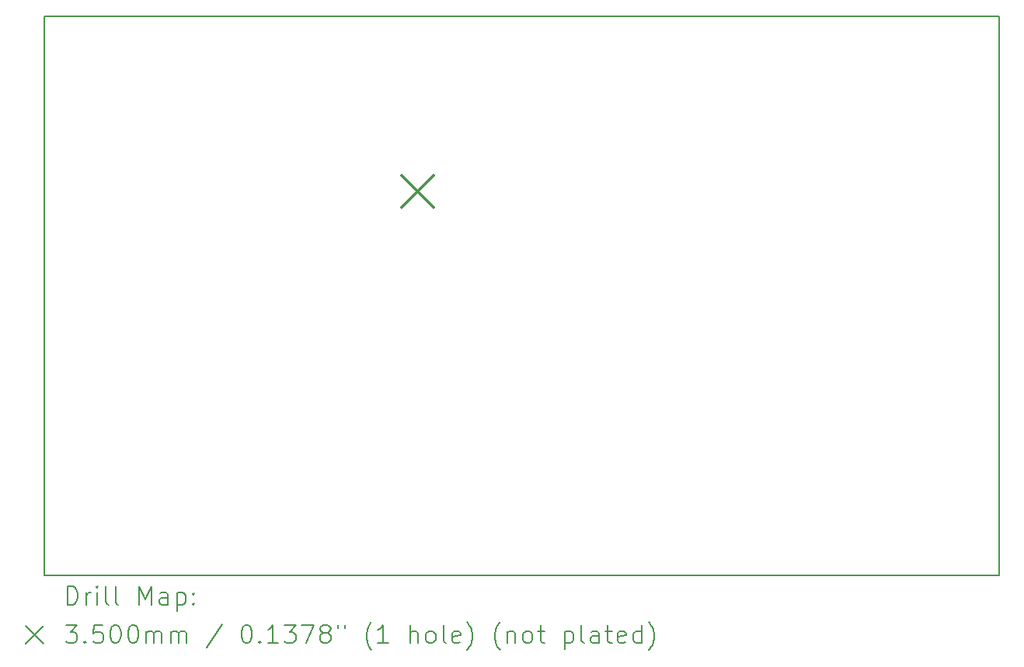
<source format=gbr>
%TF.GenerationSoftware,KiCad,Pcbnew,7.0.10*%
%TF.CreationDate,2024-08-09T23:07:12+02:00*%
%TF.ProjectId,Kicad_Projet_Trains_Sons,4b696361-645f-4507-926f-6a65745f5472,V2*%
%TF.SameCoordinates,Original*%
%TF.FileFunction,Drillmap*%
%TF.FilePolarity,Positive*%
%FSLAX45Y45*%
G04 Gerber Fmt 4.5, Leading zero omitted, Abs format (unit mm)*
G04 Created by KiCad (PCBNEW 7.0.10) date 2024-08-09 23:07:12*
%MOMM*%
%LPD*%
G01*
G04 APERTURE LIST*
%ADD10C,0.200000*%
%ADD11C,0.350000*%
G04 APERTURE END LIST*
D10*
X16440000Y-3750000D02*
X16440000Y-9840000D01*
X6040000Y-9840000D02*
X6040000Y-3750000D01*
X6040000Y-3750000D02*
X16440000Y-3750000D01*
X16440000Y-9840000D02*
X6040000Y-9840000D01*
D11*
X9929000Y-5480000D02*
X10279000Y-5830000D01*
X10279000Y-5480000D02*
X9929000Y-5830000D01*
D10*
X6290777Y-10161484D02*
X6290777Y-9961484D01*
X6290777Y-9961484D02*
X6338396Y-9961484D01*
X6338396Y-9961484D02*
X6366967Y-9971008D01*
X6366967Y-9971008D02*
X6386015Y-9990055D01*
X6386015Y-9990055D02*
X6395539Y-10009103D01*
X6395539Y-10009103D02*
X6405062Y-10047198D01*
X6405062Y-10047198D02*
X6405062Y-10075770D01*
X6405062Y-10075770D02*
X6395539Y-10113865D01*
X6395539Y-10113865D02*
X6386015Y-10132912D01*
X6386015Y-10132912D02*
X6366967Y-10151960D01*
X6366967Y-10151960D02*
X6338396Y-10161484D01*
X6338396Y-10161484D02*
X6290777Y-10161484D01*
X6490777Y-10161484D02*
X6490777Y-10028150D01*
X6490777Y-10066246D02*
X6500301Y-10047198D01*
X6500301Y-10047198D02*
X6509824Y-10037674D01*
X6509824Y-10037674D02*
X6528872Y-10028150D01*
X6528872Y-10028150D02*
X6547920Y-10028150D01*
X6614586Y-10161484D02*
X6614586Y-10028150D01*
X6614586Y-9961484D02*
X6605062Y-9971008D01*
X6605062Y-9971008D02*
X6614586Y-9980531D01*
X6614586Y-9980531D02*
X6624110Y-9971008D01*
X6624110Y-9971008D02*
X6614586Y-9961484D01*
X6614586Y-9961484D02*
X6614586Y-9980531D01*
X6738396Y-10161484D02*
X6719348Y-10151960D01*
X6719348Y-10151960D02*
X6709824Y-10132912D01*
X6709824Y-10132912D02*
X6709824Y-9961484D01*
X6843158Y-10161484D02*
X6824110Y-10151960D01*
X6824110Y-10151960D02*
X6814586Y-10132912D01*
X6814586Y-10132912D02*
X6814586Y-9961484D01*
X7071729Y-10161484D02*
X7071729Y-9961484D01*
X7071729Y-9961484D02*
X7138396Y-10104341D01*
X7138396Y-10104341D02*
X7205062Y-9961484D01*
X7205062Y-9961484D02*
X7205062Y-10161484D01*
X7386015Y-10161484D02*
X7386015Y-10056722D01*
X7386015Y-10056722D02*
X7376491Y-10037674D01*
X7376491Y-10037674D02*
X7357443Y-10028150D01*
X7357443Y-10028150D02*
X7319348Y-10028150D01*
X7319348Y-10028150D02*
X7300301Y-10037674D01*
X7386015Y-10151960D02*
X7366967Y-10161484D01*
X7366967Y-10161484D02*
X7319348Y-10161484D01*
X7319348Y-10161484D02*
X7300301Y-10151960D01*
X7300301Y-10151960D02*
X7290777Y-10132912D01*
X7290777Y-10132912D02*
X7290777Y-10113865D01*
X7290777Y-10113865D02*
X7300301Y-10094817D01*
X7300301Y-10094817D02*
X7319348Y-10085293D01*
X7319348Y-10085293D02*
X7366967Y-10085293D01*
X7366967Y-10085293D02*
X7386015Y-10075770D01*
X7481253Y-10028150D02*
X7481253Y-10228150D01*
X7481253Y-10037674D02*
X7500301Y-10028150D01*
X7500301Y-10028150D02*
X7538396Y-10028150D01*
X7538396Y-10028150D02*
X7557443Y-10037674D01*
X7557443Y-10037674D02*
X7566967Y-10047198D01*
X7566967Y-10047198D02*
X7576491Y-10066246D01*
X7576491Y-10066246D02*
X7576491Y-10123389D01*
X7576491Y-10123389D02*
X7566967Y-10142436D01*
X7566967Y-10142436D02*
X7557443Y-10151960D01*
X7557443Y-10151960D02*
X7538396Y-10161484D01*
X7538396Y-10161484D02*
X7500301Y-10161484D01*
X7500301Y-10161484D02*
X7481253Y-10151960D01*
X7662205Y-10142436D02*
X7671729Y-10151960D01*
X7671729Y-10151960D02*
X7662205Y-10161484D01*
X7662205Y-10161484D02*
X7652682Y-10151960D01*
X7652682Y-10151960D02*
X7662205Y-10142436D01*
X7662205Y-10142436D02*
X7662205Y-10161484D01*
X7662205Y-10037674D02*
X7671729Y-10047198D01*
X7671729Y-10047198D02*
X7662205Y-10056722D01*
X7662205Y-10056722D02*
X7652682Y-10047198D01*
X7652682Y-10047198D02*
X7662205Y-10037674D01*
X7662205Y-10037674D02*
X7662205Y-10056722D01*
X5830000Y-10390000D02*
X6030000Y-10590000D01*
X6030000Y-10390000D02*
X5830000Y-10590000D01*
X6271729Y-10381484D02*
X6395539Y-10381484D01*
X6395539Y-10381484D02*
X6328872Y-10457674D01*
X6328872Y-10457674D02*
X6357443Y-10457674D01*
X6357443Y-10457674D02*
X6376491Y-10467198D01*
X6376491Y-10467198D02*
X6386015Y-10476722D01*
X6386015Y-10476722D02*
X6395539Y-10495770D01*
X6395539Y-10495770D02*
X6395539Y-10543389D01*
X6395539Y-10543389D02*
X6386015Y-10562436D01*
X6386015Y-10562436D02*
X6376491Y-10571960D01*
X6376491Y-10571960D02*
X6357443Y-10581484D01*
X6357443Y-10581484D02*
X6300301Y-10581484D01*
X6300301Y-10581484D02*
X6281253Y-10571960D01*
X6281253Y-10571960D02*
X6271729Y-10562436D01*
X6481253Y-10562436D02*
X6490777Y-10571960D01*
X6490777Y-10571960D02*
X6481253Y-10581484D01*
X6481253Y-10581484D02*
X6471729Y-10571960D01*
X6471729Y-10571960D02*
X6481253Y-10562436D01*
X6481253Y-10562436D02*
X6481253Y-10581484D01*
X6671729Y-10381484D02*
X6576491Y-10381484D01*
X6576491Y-10381484D02*
X6566967Y-10476722D01*
X6566967Y-10476722D02*
X6576491Y-10467198D01*
X6576491Y-10467198D02*
X6595539Y-10457674D01*
X6595539Y-10457674D02*
X6643158Y-10457674D01*
X6643158Y-10457674D02*
X6662205Y-10467198D01*
X6662205Y-10467198D02*
X6671729Y-10476722D01*
X6671729Y-10476722D02*
X6681253Y-10495770D01*
X6681253Y-10495770D02*
X6681253Y-10543389D01*
X6681253Y-10543389D02*
X6671729Y-10562436D01*
X6671729Y-10562436D02*
X6662205Y-10571960D01*
X6662205Y-10571960D02*
X6643158Y-10581484D01*
X6643158Y-10581484D02*
X6595539Y-10581484D01*
X6595539Y-10581484D02*
X6576491Y-10571960D01*
X6576491Y-10571960D02*
X6566967Y-10562436D01*
X6805062Y-10381484D02*
X6824110Y-10381484D01*
X6824110Y-10381484D02*
X6843158Y-10391008D01*
X6843158Y-10391008D02*
X6852682Y-10400531D01*
X6852682Y-10400531D02*
X6862205Y-10419579D01*
X6862205Y-10419579D02*
X6871729Y-10457674D01*
X6871729Y-10457674D02*
X6871729Y-10505293D01*
X6871729Y-10505293D02*
X6862205Y-10543389D01*
X6862205Y-10543389D02*
X6852682Y-10562436D01*
X6852682Y-10562436D02*
X6843158Y-10571960D01*
X6843158Y-10571960D02*
X6824110Y-10581484D01*
X6824110Y-10581484D02*
X6805062Y-10581484D01*
X6805062Y-10581484D02*
X6786015Y-10571960D01*
X6786015Y-10571960D02*
X6776491Y-10562436D01*
X6776491Y-10562436D02*
X6766967Y-10543389D01*
X6766967Y-10543389D02*
X6757443Y-10505293D01*
X6757443Y-10505293D02*
X6757443Y-10457674D01*
X6757443Y-10457674D02*
X6766967Y-10419579D01*
X6766967Y-10419579D02*
X6776491Y-10400531D01*
X6776491Y-10400531D02*
X6786015Y-10391008D01*
X6786015Y-10391008D02*
X6805062Y-10381484D01*
X6995539Y-10381484D02*
X7014586Y-10381484D01*
X7014586Y-10381484D02*
X7033634Y-10391008D01*
X7033634Y-10391008D02*
X7043158Y-10400531D01*
X7043158Y-10400531D02*
X7052682Y-10419579D01*
X7052682Y-10419579D02*
X7062205Y-10457674D01*
X7062205Y-10457674D02*
X7062205Y-10505293D01*
X7062205Y-10505293D02*
X7052682Y-10543389D01*
X7052682Y-10543389D02*
X7043158Y-10562436D01*
X7043158Y-10562436D02*
X7033634Y-10571960D01*
X7033634Y-10571960D02*
X7014586Y-10581484D01*
X7014586Y-10581484D02*
X6995539Y-10581484D01*
X6995539Y-10581484D02*
X6976491Y-10571960D01*
X6976491Y-10571960D02*
X6966967Y-10562436D01*
X6966967Y-10562436D02*
X6957443Y-10543389D01*
X6957443Y-10543389D02*
X6947920Y-10505293D01*
X6947920Y-10505293D02*
X6947920Y-10457674D01*
X6947920Y-10457674D02*
X6957443Y-10419579D01*
X6957443Y-10419579D02*
X6966967Y-10400531D01*
X6966967Y-10400531D02*
X6976491Y-10391008D01*
X6976491Y-10391008D02*
X6995539Y-10381484D01*
X7147920Y-10581484D02*
X7147920Y-10448150D01*
X7147920Y-10467198D02*
X7157443Y-10457674D01*
X7157443Y-10457674D02*
X7176491Y-10448150D01*
X7176491Y-10448150D02*
X7205063Y-10448150D01*
X7205063Y-10448150D02*
X7224110Y-10457674D01*
X7224110Y-10457674D02*
X7233634Y-10476722D01*
X7233634Y-10476722D02*
X7233634Y-10581484D01*
X7233634Y-10476722D02*
X7243158Y-10457674D01*
X7243158Y-10457674D02*
X7262205Y-10448150D01*
X7262205Y-10448150D02*
X7290777Y-10448150D01*
X7290777Y-10448150D02*
X7309824Y-10457674D01*
X7309824Y-10457674D02*
X7319348Y-10476722D01*
X7319348Y-10476722D02*
X7319348Y-10581484D01*
X7414586Y-10581484D02*
X7414586Y-10448150D01*
X7414586Y-10467198D02*
X7424110Y-10457674D01*
X7424110Y-10457674D02*
X7443158Y-10448150D01*
X7443158Y-10448150D02*
X7471729Y-10448150D01*
X7471729Y-10448150D02*
X7490777Y-10457674D01*
X7490777Y-10457674D02*
X7500301Y-10476722D01*
X7500301Y-10476722D02*
X7500301Y-10581484D01*
X7500301Y-10476722D02*
X7509824Y-10457674D01*
X7509824Y-10457674D02*
X7528872Y-10448150D01*
X7528872Y-10448150D02*
X7557443Y-10448150D01*
X7557443Y-10448150D02*
X7576491Y-10457674D01*
X7576491Y-10457674D02*
X7586015Y-10476722D01*
X7586015Y-10476722D02*
X7586015Y-10581484D01*
X7976491Y-10371960D02*
X7805063Y-10629103D01*
X8233634Y-10381484D02*
X8252682Y-10381484D01*
X8252682Y-10381484D02*
X8271729Y-10391008D01*
X8271729Y-10391008D02*
X8281253Y-10400531D01*
X8281253Y-10400531D02*
X8290777Y-10419579D01*
X8290777Y-10419579D02*
X8300301Y-10457674D01*
X8300301Y-10457674D02*
X8300301Y-10505293D01*
X8300301Y-10505293D02*
X8290777Y-10543389D01*
X8290777Y-10543389D02*
X8281253Y-10562436D01*
X8281253Y-10562436D02*
X8271729Y-10571960D01*
X8271729Y-10571960D02*
X8252682Y-10581484D01*
X8252682Y-10581484D02*
X8233634Y-10581484D01*
X8233634Y-10581484D02*
X8214586Y-10571960D01*
X8214586Y-10571960D02*
X8205063Y-10562436D01*
X8205063Y-10562436D02*
X8195539Y-10543389D01*
X8195539Y-10543389D02*
X8186015Y-10505293D01*
X8186015Y-10505293D02*
X8186015Y-10457674D01*
X8186015Y-10457674D02*
X8195539Y-10419579D01*
X8195539Y-10419579D02*
X8205063Y-10400531D01*
X8205063Y-10400531D02*
X8214586Y-10391008D01*
X8214586Y-10391008D02*
X8233634Y-10381484D01*
X8386015Y-10562436D02*
X8395539Y-10571960D01*
X8395539Y-10571960D02*
X8386015Y-10581484D01*
X8386015Y-10581484D02*
X8376491Y-10571960D01*
X8376491Y-10571960D02*
X8386015Y-10562436D01*
X8386015Y-10562436D02*
X8386015Y-10581484D01*
X8586015Y-10581484D02*
X8471729Y-10581484D01*
X8528872Y-10581484D02*
X8528872Y-10381484D01*
X8528872Y-10381484D02*
X8509825Y-10410055D01*
X8509825Y-10410055D02*
X8490777Y-10429103D01*
X8490777Y-10429103D02*
X8471729Y-10438627D01*
X8652682Y-10381484D02*
X8776491Y-10381484D01*
X8776491Y-10381484D02*
X8709825Y-10457674D01*
X8709825Y-10457674D02*
X8738396Y-10457674D01*
X8738396Y-10457674D02*
X8757444Y-10467198D01*
X8757444Y-10467198D02*
X8766968Y-10476722D01*
X8766968Y-10476722D02*
X8776491Y-10495770D01*
X8776491Y-10495770D02*
X8776491Y-10543389D01*
X8776491Y-10543389D02*
X8766968Y-10562436D01*
X8766968Y-10562436D02*
X8757444Y-10571960D01*
X8757444Y-10571960D02*
X8738396Y-10581484D01*
X8738396Y-10581484D02*
X8681253Y-10581484D01*
X8681253Y-10581484D02*
X8662206Y-10571960D01*
X8662206Y-10571960D02*
X8652682Y-10562436D01*
X8843158Y-10381484D02*
X8976491Y-10381484D01*
X8976491Y-10381484D02*
X8890777Y-10581484D01*
X9081253Y-10467198D02*
X9062206Y-10457674D01*
X9062206Y-10457674D02*
X9052682Y-10448150D01*
X9052682Y-10448150D02*
X9043158Y-10429103D01*
X9043158Y-10429103D02*
X9043158Y-10419579D01*
X9043158Y-10419579D02*
X9052682Y-10400531D01*
X9052682Y-10400531D02*
X9062206Y-10391008D01*
X9062206Y-10391008D02*
X9081253Y-10381484D01*
X9081253Y-10381484D02*
X9119349Y-10381484D01*
X9119349Y-10381484D02*
X9138396Y-10391008D01*
X9138396Y-10391008D02*
X9147920Y-10400531D01*
X9147920Y-10400531D02*
X9157444Y-10419579D01*
X9157444Y-10419579D02*
X9157444Y-10429103D01*
X9157444Y-10429103D02*
X9147920Y-10448150D01*
X9147920Y-10448150D02*
X9138396Y-10457674D01*
X9138396Y-10457674D02*
X9119349Y-10467198D01*
X9119349Y-10467198D02*
X9081253Y-10467198D01*
X9081253Y-10467198D02*
X9062206Y-10476722D01*
X9062206Y-10476722D02*
X9052682Y-10486246D01*
X9052682Y-10486246D02*
X9043158Y-10505293D01*
X9043158Y-10505293D02*
X9043158Y-10543389D01*
X9043158Y-10543389D02*
X9052682Y-10562436D01*
X9052682Y-10562436D02*
X9062206Y-10571960D01*
X9062206Y-10571960D02*
X9081253Y-10581484D01*
X9081253Y-10581484D02*
X9119349Y-10581484D01*
X9119349Y-10581484D02*
X9138396Y-10571960D01*
X9138396Y-10571960D02*
X9147920Y-10562436D01*
X9147920Y-10562436D02*
X9157444Y-10543389D01*
X9157444Y-10543389D02*
X9157444Y-10505293D01*
X9157444Y-10505293D02*
X9147920Y-10486246D01*
X9147920Y-10486246D02*
X9138396Y-10476722D01*
X9138396Y-10476722D02*
X9119349Y-10467198D01*
X9233634Y-10381484D02*
X9233634Y-10419579D01*
X9309825Y-10381484D02*
X9309825Y-10419579D01*
X9605063Y-10657674D02*
X9595539Y-10648150D01*
X9595539Y-10648150D02*
X9576491Y-10619579D01*
X9576491Y-10619579D02*
X9566968Y-10600531D01*
X9566968Y-10600531D02*
X9557444Y-10571960D01*
X9557444Y-10571960D02*
X9547920Y-10524341D01*
X9547920Y-10524341D02*
X9547920Y-10486246D01*
X9547920Y-10486246D02*
X9557444Y-10438627D01*
X9557444Y-10438627D02*
X9566968Y-10410055D01*
X9566968Y-10410055D02*
X9576491Y-10391008D01*
X9576491Y-10391008D02*
X9595539Y-10362436D01*
X9595539Y-10362436D02*
X9605063Y-10352912D01*
X9786015Y-10581484D02*
X9671730Y-10581484D01*
X9728872Y-10581484D02*
X9728872Y-10381484D01*
X9728872Y-10381484D02*
X9709825Y-10410055D01*
X9709825Y-10410055D02*
X9690777Y-10429103D01*
X9690777Y-10429103D02*
X9671730Y-10438627D01*
X10024111Y-10581484D02*
X10024111Y-10381484D01*
X10109825Y-10581484D02*
X10109825Y-10476722D01*
X10109825Y-10476722D02*
X10100301Y-10457674D01*
X10100301Y-10457674D02*
X10081253Y-10448150D01*
X10081253Y-10448150D02*
X10052682Y-10448150D01*
X10052682Y-10448150D02*
X10033634Y-10457674D01*
X10033634Y-10457674D02*
X10024111Y-10467198D01*
X10233634Y-10581484D02*
X10214587Y-10571960D01*
X10214587Y-10571960D02*
X10205063Y-10562436D01*
X10205063Y-10562436D02*
X10195539Y-10543389D01*
X10195539Y-10543389D02*
X10195539Y-10486246D01*
X10195539Y-10486246D02*
X10205063Y-10467198D01*
X10205063Y-10467198D02*
X10214587Y-10457674D01*
X10214587Y-10457674D02*
X10233634Y-10448150D01*
X10233634Y-10448150D02*
X10262206Y-10448150D01*
X10262206Y-10448150D02*
X10281253Y-10457674D01*
X10281253Y-10457674D02*
X10290777Y-10467198D01*
X10290777Y-10467198D02*
X10300301Y-10486246D01*
X10300301Y-10486246D02*
X10300301Y-10543389D01*
X10300301Y-10543389D02*
X10290777Y-10562436D01*
X10290777Y-10562436D02*
X10281253Y-10571960D01*
X10281253Y-10571960D02*
X10262206Y-10581484D01*
X10262206Y-10581484D02*
X10233634Y-10581484D01*
X10414587Y-10581484D02*
X10395539Y-10571960D01*
X10395539Y-10571960D02*
X10386015Y-10552912D01*
X10386015Y-10552912D02*
X10386015Y-10381484D01*
X10566968Y-10571960D02*
X10547920Y-10581484D01*
X10547920Y-10581484D02*
X10509825Y-10581484D01*
X10509825Y-10581484D02*
X10490777Y-10571960D01*
X10490777Y-10571960D02*
X10481253Y-10552912D01*
X10481253Y-10552912D02*
X10481253Y-10476722D01*
X10481253Y-10476722D02*
X10490777Y-10457674D01*
X10490777Y-10457674D02*
X10509825Y-10448150D01*
X10509825Y-10448150D02*
X10547920Y-10448150D01*
X10547920Y-10448150D02*
X10566968Y-10457674D01*
X10566968Y-10457674D02*
X10576492Y-10476722D01*
X10576492Y-10476722D02*
X10576492Y-10495770D01*
X10576492Y-10495770D02*
X10481253Y-10514817D01*
X10643158Y-10657674D02*
X10652682Y-10648150D01*
X10652682Y-10648150D02*
X10671730Y-10619579D01*
X10671730Y-10619579D02*
X10681253Y-10600531D01*
X10681253Y-10600531D02*
X10690777Y-10571960D01*
X10690777Y-10571960D02*
X10700301Y-10524341D01*
X10700301Y-10524341D02*
X10700301Y-10486246D01*
X10700301Y-10486246D02*
X10690777Y-10438627D01*
X10690777Y-10438627D02*
X10681253Y-10410055D01*
X10681253Y-10410055D02*
X10671730Y-10391008D01*
X10671730Y-10391008D02*
X10652682Y-10362436D01*
X10652682Y-10362436D02*
X10643158Y-10352912D01*
X11005063Y-10657674D02*
X10995539Y-10648150D01*
X10995539Y-10648150D02*
X10976492Y-10619579D01*
X10976492Y-10619579D02*
X10966968Y-10600531D01*
X10966968Y-10600531D02*
X10957444Y-10571960D01*
X10957444Y-10571960D02*
X10947920Y-10524341D01*
X10947920Y-10524341D02*
X10947920Y-10486246D01*
X10947920Y-10486246D02*
X10957444Y-10438627D01*
X10957444Y-10438627D02*
X10966968Y-10410055D01*
X10966968Y-10410055D02*
X10976492Y-10391008D01*
X10976492Y-10391008D02*
X10995539Y-10362436D01*
X10995539Y-10362436D02*
X11005063Y-10352912D01*
X11081253Y-10448150D02*
X11081253Y-10581484D01*
X11081253Y-10467198D02*
X11090777Y-10457674D01*
X11090777Y-10457674D02*
X11109825Y-10448150D01*
X11109825Y-10448150D02*
X11138396Y-10448150D01*
X11138396Y-10448150D02*
X11157444Y-10457674D01*
X11157444Y-10457674D02*
X11166968Y-10476722D01*
X11166968Y-10476722D02*
X11166968Y-10581484D01*
X11290777Y-10581484D02*
X11271730Y-10571960D01*
X11271730Y-10571960D02*
X11262206Y-10562436D01*
X11262206Y-10562436D02*
X11252682Y-10543389D01*
X11252682Y-10543389D02*
X11252682Y-10486246D01*
X11252682Y-10486246D02*
X11262206Y-10467198D01*
X11262206Y-10467198D02*
X11271730Y-10457674D01*
X11271730Y-10457674D02*
X11290777Y-10448150D01*
X11290777Y-10448150D02*
X11319349Y-10448150D01*
X11319349Y-10448150D02*
X11338396Y-10457674D01*
X11338396Y-10457674D02*
X11347920Y-10467198D01*
X11347920Y-10467198D02*
X11357444Y-10486246D01*
X11357444Y-10486246D02*
X11357444Y-10543389D01*
X11357444Y-10543389D02*
X11347920Y-10562436D01*
X11347920Y-10562436D02*
X11338396Y-10571960D01*
X11338396Y-10571960D02*
X11319349Y-10581484D01*
X11319349Y-10581484D02*
X11290777Y-10581484D01*
X11414587Y-10448150D02*
X11490777Y-10448150D01*
X11443158Y-10381484D02*
X11443158Y-10552912D01*
X11443158Y-10552912D02*
X11452682Y-10571960D01*
X11452682Y-10571960D02*
X11471730Y-10581484D01*
X11471730Y-10581484D02*
X11490777Y-10581484D01*
X11709825Y-10448150D02*
X11709825Y-10648150D01*
X11709825Y-10457674D02*
X11728872Y-10448150D01*
X11728872Y-10448150D02*
X11766968Y-10448150D01*
X11766968Y-10448150D02*
X11786015Y-10457674D01*
X11786015Y-10457674D02*
X11795539Y-10467198D01*
X11795539Y-10467198D02*
X11805063Y-10486246D01*
X11805063Y-10486246D02*
X11805063Y-10543389D01*
X11805063Y-10543389D02*
X11795539Y-10562436D01*
X11795539Y-10562436D02*
X11786015Y-10571960D01*
X11786015Y-10571960D02*
X11766968Y-10581484D01*
X11766968Y-10581484D02*
X11728872Y-10581484D01*
X11728872Y-10581484D02*
X11709825Y-10571960D01*
X11919349Y-10581484D02*
X11900301Y-10571960D01*
X11900301Y-10571960D02*
X11890777Y-10552912D01*
X11890777Y-10552912D02*
X11890777Y-10381484D01*
X12081253Y-10581484D02*
X12081253Y-10476722D01*
X12081253Y-10476722D02*
X12071730Y-10457674D01*
X12071730Y-10457674D02*
X12052682Y-10448150D01*
X12052682Y-10448150D02*
X12014587Y-10448150D01*
X12014587Y-10448150D02*
X11995539Y-10457674D01*
X12081253Y-10571960D02*
X12062206Y-10581484D01*
X12062206Y-10581484D02*
X12014587Y-10581484D01*
X12014587Y-10581484D02*
X11995539Y-10571960D01*
X11995539Y-10571960D02*
X11986015Y-10552912D01*
X11986015Y-10552912D02*
X11986015Y-10533865D01*
X11986015Y-10533865D02*
X11995539Y-10514817D01*
X11995539Y-10514817D02*
X12014587Y-10505293D01*
X12014587Y-10505293D02*
X12062206Y-10505293D01*
X12062206Y-10505293D02*
X12081253Y-10495770D01*
X12147920Y-10448150D02*
X12224111Y-10448150D01*
X12176492Y-10381484D02*
X12176492Y-10552912D01*
X12176492Y-10552912D02*
X12186015Y-10571960D01*
X12186015Y-10571960D02*
X12205063Y-10581484D01*
X12205063Y-10581484D02*
X12224111Y-10581484D01*
X12366968Y-10571960D02*
X12347920Y-10581484D01*
X12347920Y-10581484D02*
X12309825Y-10581484D01*
X12309825Y-10581484D02*
X12290777Y-10571960D01*
X12290777Y-10571960D02*
X12281253Y-10552912D01*
X12281253Y-10552912D02*
X12281253Y-10476722D01*
X12281253Y-10476722D02*
X12290777Y-10457674D01*
X12290777Y-10457674D02*
X12309825Y-10448150D01*
X12309825Y-10448150D02*
X12347920Y-10448150D01*
X12347920Y-10448150D02*
X12366968Y-10457674D01*
X12366968Y-10457674D02*
X12376492Y-10476722D01*
X12376492Y-10476722D02*
X12376492Y-10495770D01*
X12376492Y-10495770D02*
X12281253Y-10514817D01*
X12547920Y-10581484D02*
X12547920Y-10381484D01*
X12547920Y-10571960D02*
X12528873Y-10581484D01*
X12528873Y-10581484D02*
X12490777Y-10581484D01*
X12490777Y-10581484D02*
X12471730Y-10571960D01*
X12471730Y-10571960D02*
X12462206Y-10562436D01*
X12462206Y-10562436D02*
X12452682Y-10543389D01*
X12452682Y-10543389D02*
X12452682Y-10486246D01*
X12452682Y-10486246D02*
X12462206Y-10467198D01*
X12462206Y-10467198D02*
X12471730Y-10457674D01*
X12471730Y-10457674D02*
X12490777Y-10448150D01*
X12490777Y-10448150D02*
X12528873Y-10448150D01*
X12528873Y-10448150D02*
X12547920Y-10457674D01*
X12624111Y-10657674D02*
X12633634Y-10648150D01*
X12633634Y-10648150D02*
X12652682Y-10619579D01*
X12652682Y-10619579D02*
X12662206Y-10600531D01*
X12662206Y-10600531D02*
X12671730Y-10571960D01*
X12671730Y-10571960D02*
X12681253Y-10524341D01*
X12681253Y-10524341D02*
X12681253Y-10486246D01*
X12681253Y-10486246D02*
X12671730Y-10438627D01*
X12671730Y-10438627D02*
X12662206Y-10410055D01*
X12662206Y-10410055D02*
X12652682Y-10391008D01*
X12652682Y-10391008D02*
X12633634Y-10362436D01*
X12633634Y-10362436D02*
X12624111Y-10352912D01*
M02*

</source>
